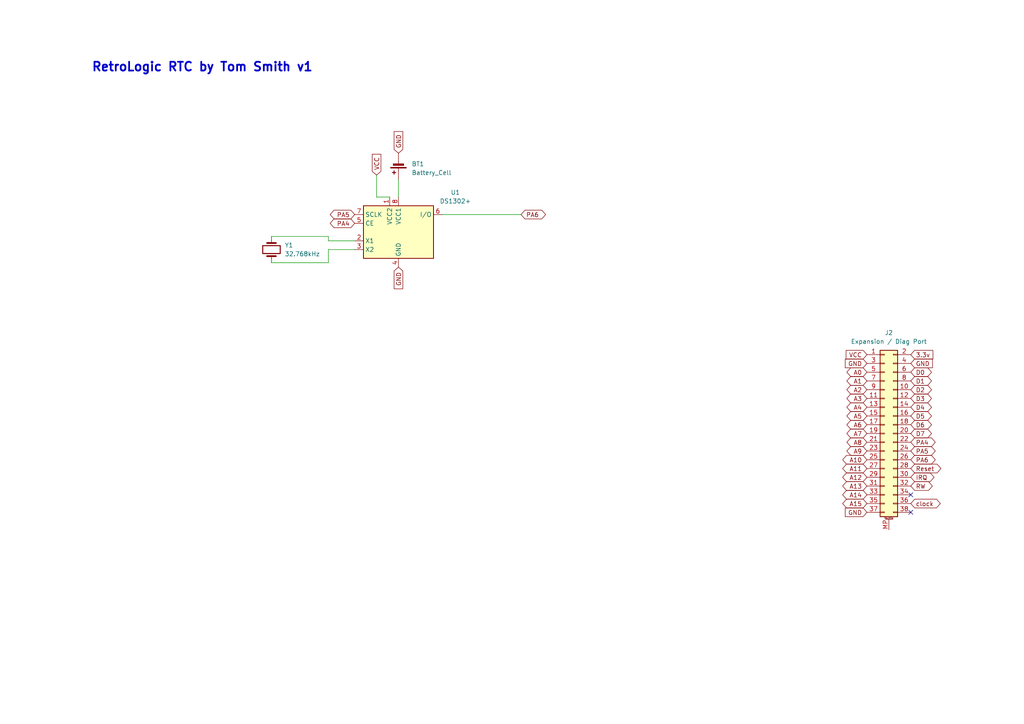
<source format=kicad_sch>
(kicad_sch
	(version 20250114)
	(generator "eeschema")
	(generator_version "9.0")
	(uuid "57af13dc-4011-4ef0-bced-11cca0f6b288")
	(paper "A4")
	(lib_symbols
		(symbol "Connector_Generic_MountingPin:Conn_02x19_Odd_Even_MountingPin"
			(pin_names
				(offset 1.016)
				(hide yes)
			)
			(exclude_from_sim no)
			(in_bom yes)
			(on_board yes)
			(property "Reference" "J"
				(at 1.27 25.4 0)
				(effects
					(font
						(size 1.27 1.27)
					)
				)
			)
			(property "Value" "Conn_02x19_Odd_Even_MountingPin"
				(at 2.54 -25.4 0)
				(effects
					(font
						(size 1.27 1.27)
					)
					(justify left)
				)
			)
			(property "Footprint" ""
				(at 0 0 0)
				(effects
					(font
						(size 1.27 1.27)
					)
					(hide yes)
				)
			)
			(property "Datasheet" "~"
				(at 0 0 0)
				(effects
					(font
						(size 1.27 1.27)
					)
					(hide yes)
				)
			)
			(property "Description" "Generic connectable mounting pin connector, double row, 02x19, odd/even pin numbering scheme (row 1 odd numbers, row 2 even numbers), script generated (kicad-library-utils/schlib/autogen/connector/)"
				(at 0 0 0)
				(effects
					(font
						(size 1.27 1.27)
					)
					(hide yes)
				)
			)
			(property "ki_keywords" "connector"
				(at 0 0 0)
				(effects
					(font
						(size 1.27 1.27)
					)
					(hide yes)
				)
			)
			(property "ki_fp_filters" "Connector*:*_2x??-1MP*"
				(at 0 0 0)
				(effects
					(font
						(size 1.27 1.27)
					)
					(hide yes)
				)
			)
			(symbol "Conn_02x19_Odd_Even_MountingPin_1_1"
				(rectangle
					(start -1.27 24.13)
					(end 3.81 -24.13)
					(stroke
						(width 0.254)
						(type default)
					)
					(fill
						(type background)
					)
				)
				(rectangle
					(start -1.27 22.987)
					(end 0 22.733)
					(stroke
						(width 0.1524)
						(type default)
					)
					(fill
						(type none)
					)
				)
				(rectangle
					(start -1.27 20.447)
					(end 0 20.193)
					(stroke
						(width 0.1524)
						(type default)
					)
					(fill
						(type none)
					)
				)
				(rectangle
					(start -1.27 17.907)
					(end 0 17.653)
					(stroke
						(width 0.1524)
						(type default)
					)
					(fill
						(type none)
					)
				)
				(rectangle
					(start -1.27 15.367)
					(end 0 15.113)
					(stroke
						(width 0.1524)
						(type default)
					)
					(fill
						(type none)
					)
				)
				(rectangle
					(start -1.27 12.827)
					(end 0 12.573)
					(stroke
						(width 0.1524)
						(type default)
					)
					(fill
						(type none)
					)
				)
				(rectangle
					(start -1.27 10.287)
					(end 0 10.033)
					(stroke
						(width 0.1524)
						(type default)
					)
					(fill
						(type none)
					)
				)
				(rectangle
					(start -1.27 7.747)
					(end 0 7.493)
					(stroke
						(width 0.1524)
						(type default)
					)
					(fill
						(type none)
					)
				)
				(rectangle
					(start -1.27 5.207)
					(end 0 4.953)
					(stroke
						(width 0.1524)
						(type default)
					)
					(fill
						(type none)
					)
				)
				(rectangle
					(start -1.27 2.667)
					(end 0 2.413)
					(stroke
						(width 0.1524)
						(type default)
					)
					(fill
						(type none)
					)
				)
				(rectangle
					(start -1.27 0.127)
					(end 0 -0.127)
					(stroke
						(width 0.1524)
						(type default)
					)
					(fill
						(type none)
					)
				)
				(rectangle
					(start -1.27 -2.413)
					(end 0 -2.667)
					(stroke
						(width 0.1524)
						(type default)
					)
					(fill
						(type none)
					)
				)
				(rectangle
					(start -1.27 -4.953)
					(end 0 -5.207)
					(stroke
						(width 0.1524)
						(type default)
					)
					(fill
						(type none)
					)
				)
				(rectangle
					(start -1.27 -7.493)
					(end 0 -7.747)
					(stroke
						(width 0.1524)
						(type default)
					)
					(fill
						(type none)
					)
				)
				(rectangle
					(start -1.27 -10.033)
					(end 0 -10.287)
					(stroke
						(width 0.1524)
						(type default)
					)
					(fill
						(type none)
					)
				)
				(rectangle
					(start -1.27 -12.573)
					(end 0 -12.827)
					(stroke
						(width 0.1524)
						(type default)
					)
					(fill
						(type none)
					)
				)
				(rectangle
					(start -1.27 -15.113)
					(end 0 -15.367)
					(stroke
						(width 0.1524)
						(type default)
					)
					(fill
						(type none)
					)
				)
				(rectangle
					(start -1.27 -17.653)
					(end 0 -17.907)
					(stroke
						(width 0.1524)
						(type default)
					)
					(fill
						(type none)
					)
				)
				(rectangle
					(start -1.27 -20.193)
					(end 0 -20.447)
					(stroke
						(width 0.1524)
						(type default)
					)
					(fill
						(type none)
					)
				)
				(rectangle
					(start -1.27 -22.733)
					(end 0 -22.987)
					(stroke
						(width 0.1524)
						(type default)
					)
					(fill
						(type none)
					)
				)
				(polyline
					(pts
						(xy 0.254 -24.892) (xy 2.286 -24.892)
					)
					(stroke
						(width 0.1524)
						(type default)
					)
					(fill
						(type none)
					)
				)
				(rectangle
					(start 3.81 22.987)
					(end 2.54 22.733)
					(stroke
						(width 0.1524)
						(type default)
					)
					(fill
						(type none)
					)
				)
				(rectangle
					(start 3.81 20.447)
					(end 2.54 20.193)
					(stroke
						(width 0.1524)
						(type default)
					)
					(fill
						(type none)
					)
				)
				(rectangle
					(start 3.81 17.907)
					(end 2.54 17.653)
					(stroke
						(width 0.1524)
						(type default)
					)
					(fill
						(type none)
					)
				)
				(rectangle
					(start 3.81 15.367)
					(end 2.54 15.113)
					(stroke
						(width 0.1524)
						(type default)
					)
					(fill
						(type none)
					)
				)
				(rectangle
					(start 3.81 12.827)
					(end 2.54 12.573)
					(stroke
						(width 0.1524)
						(type default)
					)
					(fill
						(type none)
					)
				)
				(rectangle
					(start 3.81 10.287)
					(end 2.54 10.033)
					(stroke
						(width 0.1524)
						(type default)
					)
					(fill
						(type none)
					)
				)
				(rectangle
					(start 3.81 7.747)
					(end 2.54 7.493)
					(stroke
						(width 0.1524)
						(type default)
					)
					(fill
						(type none)
					)
				)
				(rectangle
					(start 3.81 5.207)
					(end 2.54 4.953)
					(stroke
						(width 0.1524)
						(type default)
					)
					(fill
						(type none)
					)
				)
				(rectangle
					(start 3.81 2.667)
					(end 2.54 2.413)
					(stroke
						(width 0.1524)
						(type default)
					)
					(fill
						(type none)
					)
				)
				(rectangle
					(start 3.81 0.127)
					(end 2.54 -0.127)
					(stroke
						(width 0.1524)
						(type default)
					)
					(fill
						(type none)
					)
				)
				(rectangle
					(start 3.81 -2.413)
					(end 2.54 -2.667)
					(stroke
						(width 0.1524)
						(type default)
					)
					(fill
						(type none)
					)
				)
				(rectangle
					(start 3.81 -4.953)
					(end 2.54 -5.207)
					(stroke
						(width 0.1524)
						(type default)
					)
					(fill
						(type none)
					)
				)
				(rectangle
					(start 3.81 -7.493)
					(end 2.54 -7.747)
					(stroke
						(width 0.1524)
						(type default)
					)
					(fill
						(type none)
					)
				)
				(rectangle
					(start 3.81 -10.033)
					(end 2.54 -10.287)
					(stroke
						(width 0.1524)
						(type default)
					)
					(fill
						(type none)
					)
				)
				(rectangle
					(start 3.81 -12.573)
					(end 2.54 -12.827)
					(stroke
						(width 0.1524)
						(type default)
					)
					(fill
						(type none)
					)
				)
				(rectangle
					(start 3.81 -15.113)
					(end 2.54 -15.367)
					(stroke
						(width 0.1524)
						(type default)
					)
					(fill
						(type none)
					)
				)
				(rectangle
					(start 3.81 -17.653)
					(end 2.54 -17.907)
					(stroke
						(width 0.1524)
						(type default)
					)
					(fill
						(type none)
					)
				)
				(rectangle
					(start 3.81 -20.193)
					(end 2.54 -20.447)
					(stroke
						(width 0.1524)
						(type default)
					)
					(fill
						(type none)
					)
				)
				(rectangle
					(start 3.81 -22.733)
					(end 2.54 -22.987)
					(stroke
						(width 0.1524)
						(type default)
					)
					(fill
						(type none)
					)
				)
				(text "Mounting"
					(at 1.27 -24.511 0)
					(effects
						(font
							(size 0.381 0.381)
						)
					)
				)
				(pin passive line
					(at -5.08 22.86 0)
					(length 3.81)
					(name "Pin_1"
						(effects
							(font
								(size 1.27 1.27)
							)
						)
					)
					(number "1"
						(effects
							(font
								(size 1.27 1.27)
							)
						)
					)
				)
				(pin passive line
					(at -5.08 20.32 0)
					(length 3.81)
					(name "Pin_3"
						(effects
							(font
								(size 1.27 1.27)
							)
						)
					)
					(number "3"
						(effects
							(font
								(size 1.27 1.27)
							)
						)
					)
				)
				(pin passive line
					(at -5.08 17.78 0)
					(length 3.81)
					(name "Pin_5"
						(effects
							(font
								(size 1.27 1.27)
							)
						)
					)
					(number "5"
						(effects
							(font
								(size 1.27 1.27)
							)
						)
					)
				)
				(pin passive line
					(at -5.08 15.24 0)
					(length 3.81)
					(name "Pin_7"
						(effects
							(font
								(size 1.27 1.27)
							)
						)
					)
					(number "7"
						(effects
							(font
								(size 1.27 1.27)
							)
						)
					)
				)
				(pin passive line
					(at -5.08 12.7 0)
					(length 3.81)
					(name "Pin_9"
						(effects
							(font
								(size 1.27 1.27)
							)
						)
					)
					(number "9"
						(effects
							(font
								(size 1.27 1.27)
							)
						)
					)
				)
				(pin passive line
					(at -5.08 10.16 0)
					(length 3.81)
					(name "Pin_11"
						(effects
							(font
								(size 1.27 1.27)
							)
						)
					)
					(number "11"
						(effects
							(font
								(size 1.27 1.27)
							)
						)
					)
				)
				(pin passive line
					(at -5.08 7.62 0)
					(length 3.81)
					(name "Pin_13"
						(effects
							(font
								(size 1.27 1.27)
							)
						)
					)
					(number "13"
						(effects
							(font
								(size 1.27 1.27)
							)
						)
					)
				)
				(pin passive line
					(at -5.08 5.08 0)
					(length 3.81)
					(name "Pin_15"
						(effects
							(font
								(size 1.27 1.27)
							)
						)
					)
					(number "15"
						(effects
							(font
								(size 1.27 1.27)
							)
						)
					)
				)
				(pin passive line
					(at -5.08 2.54 0)
					(length 3.81)
					(name "Pin_17"
						(effects
							(font
								(size 1.27 1.27)
							)
						)
					)
					(number "17"
						(effects
							(font
								(size 1.27 1.27)
							)
						)
					)
				)
				(pin passive line
					(at -5.08 0 0)
					(length 3.81)
					(name "Pin_19"
						(effects
							(font
								(size 1.27 1.27)
							)
						)
					)
					(number "19"
						(effects
							(font
								(size 1.27 1.27)
							)
						)
					)
				)
				(pin passive line
					(at -5.08 -2.54 0)
					(length 3.81)
					(name "Pin_21"
						(effects
							(font
								(size 1.27 1.27)
							)
						)
					)
					(number "21"
						(effects
							(font
								(size 1.27 1.27)
							)
						)
					)
				)
				(pin passive line
					(at -5.08 -5.08 0)
					(length 3.81)
					(name "Pin_23"
						(effects
							(font
								(size 1.27 1.27)
							)
						)
					)
					(number "23"
						(effects
							(font
								(size 1.27 1.27)
							)
						)
					)
				)
				(pin passive line
					(at -5.08 -7.62 0)
					(length 3.81)
					(name "Pin_25"
						(effects
							(font
								(size 1.27 1.27)
							)
						)
					)
					(number "25"
						(effects
							(font
								(size 1.27 1.27)
							)
						)
					)
				)
				(pin passive line
					(at -5.08 -10.16 0)
					(length 3.81)
					(name "Pin_27"
						(effects
							(font
								(size 1.27 1.27)
							)
						)
					)
					(number "27"
						(effects
							(font
								(size 1.27 1.27)
							)
						)
					)
				)
				(pin passive line
					(at -5.08 -12.7 0)
					(length 3.81)
					(name "Pin_29"
						(effects
							(font
								(size 1.27 1.27)
							)
						)
					)
					(number "29"
						(effects
							(font
								(size 1.27 1.27)
							)
						)
					)
				)
				(pin passive line
					(at -5.08 -15.24 0)
					(length 3.81)
					(name "Pin_31"
						(effects
							(font
								(size 1.27 1.27)
							)
						)
					)
					(number "31"
						(effects
							(font
								(size 1.27 1.27)
							)
						)
					)
				)
				(pin passive line
					(at -5.08 -17.78 0)
					(length 3.81)
					(name "Pin_33"
						(effects
							(font
								(size 1.27 1.27)
							)
						)
					)
					(number "33"
						(effects
							(font
								(size 1.27 1.27)
							)
						)
					)
				)
				(pin passive line
					(at -5.08 -20.32 0)
					(length 3.81)
					(name "Pin_35"
						(effects
							(font
								(size 1.27 1.27)
							)
						)
					)
					(number "35"
						(effects
							(font
								(size 1.27 1.27)
							)
						)
					)
				)
				(pin passive line
					(at -5.08 -22.86 0)
					(length 3.81)
					(name "Pin_37"
						(effects
							(font
								(size 1.27 1.27)
							)
						)
					)
					(number "37"
						(effects
							(font
								(size 1.27 1.27)
							)
						)
					)
				)
				(pin passive line
					(at 1.27 -27.94 90)
					(length 3.048)
					(name "MountPin"
						(effects
							(font
								(size 1.27 1.27)
							)
						)
					)
					(number "MP"
						(effects
							(font
								(size 1.27 1.27)
							)
						)
					)
				)
				(pin passive line
					(at 7.62 22.86 180)
					(length 3.81)
					(name "Pin_2"
						(effects
							(font
								(size 1.27 1.27)
							)
						)
					)
					(number "2"
						(effects
							(font
								(size 1.27 1.27)
							)
						)
					)
				)
				(pin passive line
					(at 7.62 20.32 180)
					(length 3.81)
					(name "Pin_4"
						(effects
							(font
								(size 1.27 1.27)
							)
						)
					)
					(number "4"
						(effects
							(font
								(size 1.27 1.27)
							)
						)
					)
				)
				(pin passive line
					(at 7.62 17.78 180)
					(length 3.81)
					(name "Pin_6"
						(effects
							(font
								(size 1.27 1.27)
							)
						)
					)
					(number "6"
						(effects
							(font
								(size 1.27 1.27)
							)
						)
					)
				)
				(pin passive line
					(at 7.62 15.24 180)
					(length 3.81)
					(name "Pin_8"
						(effects
							(font
								(size 1.27 1.27)
							)
						)
					)
					(number "8"
						(effects
							(font
								(size 1.27 1.27)
							)
						)
					)
				)
				(pin passive line
					(at 7.62 12.7 180)
					(length 3.81)
					(name "Pin_10"
						(effects
							(font
								(size 1.27 1.27)
							)
						)
					)
					(number "10"
						(effects
							(font
								(size 1.27 1.27)
							)
						)
					)
				)
				(pin passive line
					(at 7.62 10.16 180)
					(length 3.81)
					(name "Pin_12"
						(effects
							(font
								(size 1.27 1.27)
							)
						)
					)
					(number "12"
						(effects
							(font
								(size 1.27 1.27)
							)
						)
					)
				)
				(pin passive line
					(at 7.62 7.62 180)
					(length 3.81)
					(name "Pin_14"
						(effects
							(font
								(size 1.27 1.27)
							)
						)
					)
					(number "14"
						(effects
							(font
								(size 1.27 1.27)
							)
						)
					)
				)
				(pin passive line
					(at 7.62 5.08 180)
					(length 3.81)
					(name "Pin_16"
						(effects
							(font
								(size 1.27 1.27)
							)
						)
					)
					(number "16"
						(effects
							(font
								(size 1.27 1.27)
							)
						)
					)
				)
				(pin passive line
					(at 7.62 2.54 180)
					(length 3.81)
					(name "Pin_18"
						(effects
							(font
								(size 1.27 1.27)
							)
						)
					)
					(number "18"
						(effects
							(font
								(size 1.27 1.27)
							)
						)
					)
				)
				(pin passive line
					(at 7.62 0 180)
					(length 3.81)
					(name "Pin_20"
						(effects
							(font
								(size 1.27 1.27)
							)
						)
					)
					(number "20"
						(effects
							(font
								(size 1.27 1.27)
							)
						)
					)
				)
				(pin passive line
					(at 7.62 -2.54 180)
					(length 3.81)
					(name "Pin_22"
						(effects
							(font
								(size 1.27 1.27)
							)
						)
					)
					(number "22"
						(effects
							(font
								(size 1.27 1.27)
							)
						)
					)
				)
				(pin passive line
					(at 7.62 -5.08 180)
					(length 3.81)
					(name "Pin_24"
						(effects
							(font
								(size 1.27 1.27)
							)
						)
					)
					(number "24"
						(effects
							(font
								(size 1.27 1.27)
							)
						)
					)
				)
				(pin passive line
					(at 7.62 -7.62 180)
					(length 3.81)
					(name "Pin_26"
						(effects
							(font
								(size 1.27 1.27)
							)
						)
					)
					(number "26"
						(effects
							(font
								(size 1.27 1.27)
							)
						)
					)
				)
				(pin passive line
					(at 7.62 -10.16 180)
					(length 3.81)
					(name "Pin_28"
						(effects
							(font
								(size 1.27 1.27)
							)
						)
					)
					(number "28"
						(effects
							(font
								(size 1.27 1.27)
							)
						)
					)
				)
				(pin passive line
					(at 7.62 -12.7 180)
					(length 3.81)
					(name "Pin_30"
						(effects
							(font
								(size 1.27 1.27)
							)
						)
					)
					(number "30"
						(effects
							(font
								(size 1.27 1.27)
							)
						)
					)
				)
				(pin passive line
					(at 7.62 -15.24 180)
					(length 3.81)
					(name "Pin_32"
						(effects
							(font
								(size 1.27 1.27)
							)
						)
					)
					(number "32"
						(effects
							(font
								(size 1.27 1.27)
							)
						)
					)
				)
				(pin passive line
					(at 7.62 -17.78 180)
					(length 3.81)
					(name "Pin_34"
						(effects
							(font
								(size 1.27 1.27)
							)
						)
					)
					(number "34"
						(effects
							(font
								(size 1.27 1.27)
							)
						)
					)
				)
				(pin passive line
					(at 7.62 -20.32 180)
					(length 3.81)
					(name "Pin_36"
						(effects
							(font
								(size 1.27 1.27)
							)
						)
					)
					(number "36"
						(effects
							(font
								(size 1.27 1.27)
							)
						)
					)
				)
				(pin passive line
					(at 7.62 -22.86 180)
					(length 3.81)
					(name "Pin_38"
						(effects
							(font
								(size 1.27 1.27)
							)
						)
					)
					(number "38"
						(effects
							(font
								(size 1.27 1.27)
							)
						)
					)
				)
			)
			(embedded_fonts no)
		)
		(symbol "Device:Battery_Cell"
			(pin_numbers
				(hide yes)
			)
			(pin_names
				(offset 0)
				(hide yes)
			)
			(exclude_from_sim no)
			(in_bom yes)
			(on_board yes)
			(property "Reference" "BT"
				(at 2.54 2.54 0)
				(effects
					(font
						(size 1.27 1.27)
					)
					(justify left)
				)
			)
			(property "Value" "Battery_Cell"
				(at 2.54 0 0)
				(effects
					(font
						(size 1.27 1.27)
					)
					(justify left)
				)
			)
			(property "Footprint" ""
				(at 0 1.524 90)
				(effects
					(font
						(size 1.27 1.27)
					)
					(hide yes)
				)
			)
			(property "Datasheet" "~"
				(at 0 1.524 90)
				(effects
					(font
						(size 1.27 1.27)
					)
					(hide yes)
				)
			)
			(property "Description" "Single-cell battery"
				(at 0 0 0)
				(effects
					(font
						(size 1.27 1.27)
					)
					(hide yes)
				)
			)
			(property "ki_keywords" "battery cell"
				(at 0 0 0)
				(effects
					(font
						(size 1.27 1.27)
					)
					(hide yes)
				)
			)
			(symbol "Battery_Cell_0_1"
				(rectangle
					(start -2.286 1.778)
					(end 2.286 1.524)
					(stroke
						(width 0)
						(type default)
					)
					(fill
						(type outline)
					)
				)
				(rectangle
					(start -1.524 1.016)
					(end 1.524 0.508)
					(stroke
						(width 0)
						(type default)
					)
					(fill
						(type outline)
					)
				)
				(polyline
					(pts
						(xy 0 1.778) (xy 0 2.54)
					)
					(stroke
						(width 0)
						(type default)
					)
					(fill
						(type none)
					)
				)
				(polyline
					(pts
						(xy 0 0.762) (xy 0 0)
					)
					(stroke
						(width 0)
						(type default)
					)
					(fill
						(type none)
					)
				)
				(polyline
					(pts
						(xy 0.762 3.048) (xy 1.778 3.048)
					)
					(stroke
						(width 0.254)
						(type default)
					)
					(fill
						(type none)
					)
				)
				(polyline
					(pts
						(xy 1.27 3.556) (xy 1.27 2.54)
					)
					(stroke
						(width 0.254)
						(type default)
					)
					(fill
						(type none)
					)
				)
			)
			(symbol "Battery_Cell_1_1"
				(pin passive line
					(at 0 5.08 270)
					(length 2.54)
					(name "+"
						(effects
							(font
								(size 1.27 1.27)
							)
						)
					)
					(number "1"
						(effects
							(font
								(size 1.27 1.27)
							)
						)
					)
				)
				(pin passive line
					(at 0 -2.54 90)
					(length 2.54)
					(name "-"
						(effects
							(font
								(size 1.27 1.27)
							)
						)
					)
					(number "2"
						(effects
							(font
								(size 1.27 1.27)
							)
						)
					)
				)
			)
			(embedded_fonts no)
		)
		(symbol "Device:Crystal"
			(pin_numbers
				(hide yes)
			)
			(pin_names
				(offset 1.016)
				(hide yes)
			)
			(exclude_from_sim no)
			(in_bom yes)
			(on_board yes)
			(property "Reference" "Y"
				(at 0 3.81 0)
				(effects
					(font
						(size 1.27 1.27)
					)
				)
			)
			(property "Value" "Crystal"
				(at 0 -3.81 0)
				(effects
					(font
						(size 1.27 1.27)
					)
				)
			)
			(property "Footprint" ""
				(at 0 0 0)
				(effects
					(font
						(size 1.27 1.27)
					)
					(hide yes)
				)
			)
			(property "Datasheet" "~"
				(at 0 0 0)
				(effects
					(font
						(size 1.27 1.27)
					)
					(hide yes)
				)
			)
			(property "Description" "Two pin crystal"
				(at 0 0 0)
				(effects
					(font
						(size 1.27 1.27)
					)
					(hide yes)
				)
			)
			(property "ki_keywords" "quartz ceramic resonator oscillator"
				(at 0 0 0)
				(effects
					(font
						(size 1.27 1.27)
					)
					(hide yes)
				)
			)
			(property "ki_fp_filters" "Crystal*"
				(at 0 0 0)
				(effects
					(font
						(size 1.27 1.27)
					)
					(hide yes)
				)
			)
			(symbol "Crystal_0_1"
				(polyline
					(pts
						(xy -2.54 0) (xy -1.905 0)
					)
					(stroke
						(width 0)
						(type default)
					)
					(fill
						(type none)
					)
				)
				(polyline
					(pts
						(xy -1.905 -1.27) (xy -1.905 1.27)
					)
					(stroke
						(width 0.508)
						(type default)
					)
					(fill
						(type none)
					)
				)
				(rectangle
					(start -1.143 2.54)
					(end 1.143 -2.54)
					(stroke
						(width 0.3048)
						(type default)
					)
					(fill
						(type none)
					)
				)
				(polyline
					(pts
						(xy 1.905 -1.27) (xy 1.905 1.27)
					)
					(stroke
						(width 0.508)
						(type default)
					)
					(fill
						(type none)
					)
				)
				(polyline
					(pts
						(xy 2.54 0) (xy 1.905 0)
					)
					(stroke
						(width 0)
						(type default)
					)
					(fill
						(type none)
					)
				)
			)
			(symbol "Crystal_1_1"
				(pin passive line
					(at -3.81 0 0)
					(length 1.27)
					(name "1"
						(effects
							(font
								(size 1.27 1.27)
							)
						)
					)
					(number "1"
						(effects
							(font
								(size 1.27 1.27)
							)
						)
					)
				)
				(pin passive line
					(at 3.81 0 180)
					(length 1.27)
					(name "2"
						(effects
							(font
								(size 1.27 1.27)
							)
						)
					)
					(number "2"
						(effects
							(font
								(size 1.27 1.27)
							)
						)
					)
				)
			)
			(embedded_fonts no)
		)
		(symbol "Timer_RTC:DS1302+"
			(exclude_from_sim no)
			(in_bom yes)
			(on_board yes)
			(property "Reference" "U"
				(at -8.89 8.89 0)
				(effects
					(font
						(size 1.27 1.27)
					)
				)
			)
			(property "Value" "DS1302+"
				(at 6.35 8.89 0)
				(effects
					(font
						(size 1.27 1.27)
					)
				)
			)
			(property "Footprint" "Package_DIP:DIP-8_W7.62mm"
				(at 0 -12.7 0)
				(effects
					(font
						(size 1.27 1.27)
					)
					(hide yes)
				)
			)
			(property "Datasheet" "https://datasheets.maximintegrated.com/en/ds/DS1302.pdf"
				(at 0 -5.08 0)
				(effects
					(font
						(size 1.27 1.27)
					)
					(hide yes)
				)
			)
			(property "Description" "Trickle-Charge Timekeeping Chip, 2.0V to 5.5V VCC, 0°C to +70°C, DIP-8"
				(at 0 0 0)
				(effects
					(font
						(size 1.27 1.27)
					)
					(hide yes)
				)
			)
			(property "ki_keywords" "RTC Trickle-Charge Timekeeping Chip"
				(at 0 0 0)
				(effects
					(font
						(size 1.27 1.27)
					)
					(hide yes)
				)
			)
			(property "ki_fp_filters" "DIP*W7.62mm*"
				(at 0 0 0)
				(effects
					(font
						(size 1.27 1.27)
					)
					(hide yes)
				)
			)
			(symbol "DS1302+_1_1"
				(rectangle
					(start -10.16 7.62)
					(end 10.16 -7.62)
					(stroke
						(width 0.254)
						(type default)
					)
					(fill
						(type background)
					)
				)
				(pin input line
					(at -12.7 5.08 0)
					(length 2.54)
					(name "SCLK"
						(effects
							(font
								(size 1.27 1.27)
							)
						)
					)
					(number "7"
						(effects
							(font
								(size 1.27 1.27)
							)
						)
					)
				)
				(pin input line
					(at -12.7 2.54 0)
					(length 2.54)
					(name "CE"
						(effects
							(font
								(size 1.27 1.27)
							)
						)
					)
					(number "5"
						(effects
							(font
								(size 1.27 1.27)
							)
						)
					)
				)
				(pin input line
					(at -12.7 -2.54 0)
					(length 2.54)
					(name "X1"
						(effects
							(font
								(size 1.27 1.27)
							)
						)
					)
					(number "2"
						(effects
							(font
								(size 1.27 1.27)
							)
						)
					)
				)
				(pin input line
					(at -12.7 -5.08 0)
					(length 2.54)
					(name "X2"
						(effects
							(font
								(size 1.27 1.27)
							)
						)
					)
					(number "3"
						(effects
							(font
								(size 1.27 1.27)
							)
						)
					)
				)
				(pin power_in line
					(at -2.54 10.16 270)
					(length 2.54)
					(name "VCC2"
						(effects
							(font
								(size 1.27 1.27)
							)
						)
					)
					(number "1"
						(effects
							(font
								(size 1.27 1.27)
							)
						)
					)
				)
				(pin power_in line
					(at 0 10.16 270)
					(length 2.54)
					(name "VCC1"
						(effects
							(font
								(size 1.27 1.27)
							)
						)
					)
					(number "8"
						(effects
							(font
								(size 1.27 1.27)
							)
						)
					)
				)
				(pin power_in line
					(at 0 -10.16 90)
					(length 2.54)
					(name "GND"
						(effects
							(font
								(size 1.27 1.27)
							)
						)
					)
					(number "4"
						(effects
							(font
								(size 1.27 1.27)
							)
						)
					)
				)
				(pin bidirectional line
					(at 12.7 5.08 180)
					(length 2.54)
					(name "I/O"
						(effects
							(font
								(size 1.27 1.27)
							)
						)
					)
					(number "6"
						(effects
							(font
								(size 1.27 1.27)
							)
						)
					)
				)
			)
			(embedded_fonts no)
		)
	)
	(text "RetroLogic RTC by Tom Smith v1"
		(exclude_from_sim no)
		(at 58.674 19.558 0)
		(effects
			(font
				(size 2.54 2.54)
				(thickness 0.508)
				(bold yes)
			)
		)
		(uuid "b5635247-3ee5-4592-a797-3b72d93a6261")
	)
	(no_connect
		(at 264.16 143.51)
		(uuid "ce7ae7c8-32a2-4e72-87d9-777c4bb5686f")
	)
	(no_connect
		(at 264.16 148.59)
		(uuid "f5a0212a-c565-4efc-a584-a1d1a793f480")
	)
	(wire
		(pts
			(xy 115.57 52.07) (xy 115.57 57.15)
		)
		(stroke
			(width 0)
			(type default)
		)
		(uuid "1060a095-802a-4e88-864c-5a729f53e595")
	)
	(wire
		(pts
			(xy 109.22 57.15) (xy 113.03 57.15)
		)
		(stroke
			(width 0)
			(type default)
		)
		(uuid "34457f69-a928-4161-a45c-c797f9a831de")
	)
	(wire
		(pts
			(xy 95.25 72.39) (xy 102.87 72.39)
		)
		(stroke
			(width 0)
			(type default)
		)
		(uuid "821129b4-6b25-44b4-905b-98c81d34e1e0")
	)
	(wire
		(pts
			(xy 102.87 69.85) (xy 95.25 69.85)
		)
		(stroke
			(width 0)
			(type default)
		)
		(uuid "8a649ee8-f823-4534-bc46-c7b2fc6ce1f8")
	)
	(wire
		(pts
			(xy 109.22 50.8) (xy 109.22 57.15)
		)
		(stroke
			(width 0)
			(type default)
		)
		(uuid "8c977694-a6e5-4f48-8788-abd24a2ca570")
	)
	(wire
		(pts
			(xy 95.25 76.2) (xy 95.25 72.39)
		)
		(stroke
			(width 0)
			(type default)
		)
		(uuid "995c95e1-219b-429e-b694-4bd156c718af")
	)
	(wire
		(pts
			(xy 128.27 62.23) (xy 151.13 62.23)
		)
		(stroke
			(width 0)
			(type default)
		)
		(uuid "b31f1e62-818f-405c-92c8-3e57098ccdcf")
	)
	(wire
		(pts
			(xy 95.25 69.85) (xy 95.25 68.58)
		)
		(stroke
			(width 0)
			(type default)
		)
		(uuid "b6aefcec-ca9c-432d-bb42-dd16fa4d7bdb")
	)
	(wire
		(pts
			(xy 95.25 68.58) (xy 78.74 68.58)
		)
		(stroke
			(width 0)
			(type default)
		)
		(uuid "ebc6639c-cd70-497d-9c3e-64803fbd092a")
	)
	(wire
		(pts
			(xy 78.74 76.2) (xy 95.25 76.2)
		)
		(stroke
			(width 0)
			(type default)
		)
		(uuid "f6d2a2df-af03-46c6-bc38-9f2129d6d651")
	)
	(global_label "A5"
		(shape bidirectional)
		(at 251.46 120.65 180)
		(fields_autoplaced yes)
		(effects
			(font
				(size 1.27 1.27)
			)
			(justify right)
		)
		(uuid "00fdbeb7-0895-47d2-a441-d8251d071be3")
		(property "Intersheetrefs" "${INTERSHEET_REFS}"
			(at 245.0654 120.65 0)
			(effects
				(font
					(size 1.27 1.27)
				)
				(justify right)
				(hide yes)
			)
		)
	)
	(global_label "A9"
		(shape bidirectional)
		(at 251.46 130.81 180)
		(fields_autoplaced yes)
		(effects
			(font
				(size 1.27 1.27)
			)
			(justify right)
		)
		(uuid "02e590a0-1bd9-44d7-a3dd-c7ed27a70596")
		(property "Intersheetrefs" "${INTERSHEET_REFS}"
			(at 245.0654 130.81 0)
			(effects
				(font
					(size 1.27 1.27)
				)
				(justify right)
				(hide yes)
			)
		)
	)
	(global_label "A13"
		(shape bidirectional)
		(at 251.46 140.97 180)
		(fields_autoplaced yes)
		(effects
			(font
				(size 1.27 1.27)
			)
			(justify right)
		)
		(uuid "0587e72d-1a91-4944-acae-8f798eecf0ed")
		(property "Intersheetrefs" "${INTERSHEET_REFS}"
			(at 243.8559 140.97 0)
			(effects
				(font
					(size 1.27 1.27)
				)
				(justify right)
				(hide yes)
			)
		)
	)
	(global_label "GND"
		(shape input)
		(at 251.46 105.41 180)
		(fields_autoplaced yes)
		(effects
			(font
				(size 1.27 1.27)
			)
			(justify right)
		)
		(uuid "075f9547-7173-4556-af7c-da54643c734e")
		(property "Intersheetrefs" "${INTERSHEET_REFS}"
			(at 244.6043 105.41 0)
			(effects
				(font
					(size 1.27 1.27)
				)
				(justify right)
				(hide yes)
			)
		)
	)
	(global_label "3.3v"
		(shape input)
		(at 264.16 102.87 0)
		(fields_autoplaced yes)
		(effects
			(font
				(size 1.27 1.27)
			)
			(justify left)
		)
		(uuid "09530116-44e5-4eda-88c9-7653040a40ce")
		(property "Intersheetrefs" "${INTERSHEET_REFS}"
			(at 271.1366 102.87 0)
			(effects
				(font
					(size 1.27 1.27)
				)
				(justify left)
				(hide yes)
			)
		)
	)
	(global_label "A7"
		(shape bidirectional)
		(at 251.46 125.73 180)
		(fields_autoplaced yes)
		(effects
			(font
				(size 1.27 1.27)
			)
			(justify right)
		)
		(uuid "12fd1e25-daee-47c0-b41f-634b27b142e7")
		(property "Intersheetrefs" "${INTERSHEET_REFS}"
			(at 245.0654 125.73 0)
			(effects
				(font
					(size 1.27 1.27)
				)
				(justify right)
				(hide yes)
			)
		)
	)
	(global_label "GND"
		(shape input)
		(at 251.46 148.59 180)
		(fields_autoplaced yes)
		(effects
			(font
				(size 1.27 1.27)
			)
			(justify right)
		)
		(uuid "25cd94f4-9943-4174-8164-80ff694324bf")
		(property "Intersheetrefs" "${INTERSHEET_REFS}"
			(at 244.6043 148.59 0)
			(effects
				(font
					(size 1.27 1.27)
				)
				(justify right)
				(hide yes)
			)
		)
	)
	(global_label "GND"
		(shape input)
		(at 115.57 77.47 270)
		(fields_autoplaced yes)
		(effects
			(font
				(size 1.27 1.27)
			)
			(justify right)
		)
		(uuid "2ab99989-34bc-4057-bc27-9209006171d9")
		(property "Intersheetrefs" "${INTERSHEET_REFS}"
			(at 115.57 84.3257 90)
			(effects
				(font
					(size 1.27 1.27)
				)
				(justify right)
				(hide yes)
			)
		)
	)
	(global_label "A1"
		(shape bidirectional)
		(at 251.46 110.49 180)
		(fields_autoplaced yes)
		(effects
			(font
				(size 1.27 1.27)
			)
			(justify right)
		)
		(uuid "2ffe5619-fd1a-41d6-8b62-756ed6bd55a1")
		(property "Intersheetrefs" "${INTERSHEET_REFS}"
			(at 245.0654 110.49 0)
			(effects
				(font
					(size 1.27 1.27)
				)
				(justify right)
				(hide yes)
			)
		)
	)
	(global_label "VCC"
		(shape input)
		(at 251.46 102.87 180)
		(fields_autoplaced yes)
		(effects
			(font
				(size 1.27 1.27)
			)
			(justify right)
		)
		(uuid "318158c0-3f69-4fe2-bcdb-5dffa60e46fe")
		(property "Intersheetrefs" "${INTERSHEET_REFS}"
			(at 244.8462 102.87 0)
			(effects
				(font
					(size 1.27 1.27)
				)
				(justify right)
				(hide yes)
			)
		)
	)
	(global_label "PA6"
		(shape bidirectional)
		(at 151.13 62.23 0)
		(fields_autoplaced yes)
		(effects
			(font
				(size 1.27 1.27)
			)
			(justify left)
		)
		(uuid "35553555-cf31-4244-a085-aa4bf593ecac")
		(property "Intersheetrefs" "${INTERSHEET_REFS}"
			(at 158.7946 62.23 0)
			(effects
				(font
					(size 1.27 1.27)
				)
				(justify left)
				(hide yes)
			)
		)
	)
	(global_label "A0"
		(shape bidirectional)
		(at 251.46 107.95 180)
		(fields_autoplaced yes)
		(effects
			(font
				(size 1.27 1.27)
			)
			(justify right)
		)
		(uuid "3c6430cc-51cf-494b-a61c-fc39dcb7e323")
		(property "Intersheetrefs" "${INTERSHEET_REFS}"
			(at 245.0654 107.95 0)
			(effects
				(font
					(size 1.27 1.27)
				)
				(justify right)
				(hide yes)
			)
		)
	)
	(global_label "A14"
		(shape bidirectional)
		(at 251.46 143.51 180)
		(fields_autoplaced yes)
		(effects
			(font
				(size 1.27 1.27)
			)
			(justify right)
		)
		(uuid "407c8cc6-26ea-4ad3-a77a-5c60a149243e")
		(property "Intersheetrefs" "${INTERSHEET_REFS}"
			(at 243.8559 143.51 0)
			(effects
				(font
					(size 1.27 1.27)
				)
				(justify right)
				(hide yes)
			)
		)
	)
	(global_label "RW"
		(shape bidirectional)
		(at 264.16 140.97 0)
		(fields_autoplaced yes)
		(effects
			(font
				(size 1.27 1.27)
			)
			(justify left)
		)
		(uuid "41f290ff-a3dc-4959-a5cd-b402579a6af6")
		(property "Intersheetrefs" "${INTERSHEET_REFS}"
			(at 270.9779 140.97 0)
			(effects
				(font
					(size 1.27 1.27)
				)
				(justify left)
				(hide yes)
			)
		)
	)
	(global_label "D6"
		(shape bidirectional)
		(at 264.16 123.19 0)
		(fields_autoplaced yes)
		(effects
			(font
				(size 1.27 1.27)
			)
			(justify left)
		)
		(uuid "44073f3f-75ec-4713-b01e-5d4cb242d319")
		(property "Intersheetrefs" "${INTERSHEET_REFS}"
			(at 270.736 123.19 0)
			(effects
				(font
					(size 1.27 1.27)
				)
				(justify left)
				(hide yes)
			)
		)
	)
	(global_label "D4"
		(shape bidirectional)
		(at 264.16 118.11 0)
		(fields_autoplaced yes)
		(effects
			(font
				(size 1.27 1.27)
			)
			(justify left)
		)
		(uuid "4c77585b-d4ad-41ab-ace1-08726cf81f4d")
		(property "Intersheetrefs" "${INTERSHEET_REFS}"
			(at 270.736 118.11 0)
			(effects
				(font
					(size 1.27 1.27)
				)
				(justify left)
				(hide yes)
			)
		)
	)
	(global_label "PA6"
		(shape bidirectional)
		(at 264.16 133.35 0)
		(fields_autoplaced yes)
		(effects
			(font
				(size 1.27 1.27)
			)
			(justify left)
		)
		(uuid "50cd8770-a1b2-4cf6-913f-b2a19f069309")
		(property "Intersheetrefs" "${INTERSHEET_REFS}"
			(at 271.8246 133.35 0)
			(effects
				(font
					(size 1.27 1.27)
				)
				(justify left)
				(hide yes)
			)
		)
	)
	(global_label "A3"
		(shape bidirectional)
		(at 251.46 115.57 180)
		(fields_autoplaced yes)
		(effects
			(font
				(size 1.27 1.27)
			)
			(justify right)
		)
		(uuid "5b74d1e7-fb23-4eaa-a329-c012ae492a31")
		(property "Intersheetrefs" "${INTERSHEET_REFS}"
			(at 245.0654 115.57 0)
			(effects
				(font
					(size 1.27 1.27)
				)
				(justify right)
				(hide yes)
			)
		)
	)
	(global_label "GND"
		(shape input)
		(at 115.57 44.45 90)
		(fields_autoplaced yes)
		(effects
			(font
				(size 1.27 1.27)
			)
			(justify left)
		)
		(uuid "5cac8ed7-861c-40f5-b847-bfb375326075")
		(property "Intersheetrefs" "${INTERSHEET_REFS}"
			(at 115.57 37.5943 90)
			(effects
				(font
					(size 1.27 1.27)
				)
				(justify left)
				(hide yes)
			)
		)
	)
	(global_label "D2"
		(shape bidirectional)
		(at 264.16 113.03 0)
		(fields_autoplaced yes)
		(effects
			(font
				(size 1.27 1.27)
			)
			(justify left)
		)
		(uuid "70532e42-ce2c-4218-aa1e-49f534f85041")
		(property "Intersheetrefs" "${INTERSHEET_REFS}"
			(at 270.736 113.03 0)
			(effects
				(font
					(size 1.27 1.27)
				)
				(justify left)
				(hide yes)
			)
		)
	)
	(global_label "A12"
		(shape bidirectional)
		(at 251.46 138.43 180)
		(fields_autoplaced yes)
		(effects
			(font
				(size 1.27 1.27)
			)
			(justify right)
		)
		(uuid "78c665db-30bc-4721-a38e-6da51c42718a")
		(property "Intersheetrefs" "${INTERSHEET_REFS}"
			(at 243.8559 138.43 0)
			(effects
				(font
					(size 1.27 1.27)
				)
				(justify right)
				(hide yes)
			)
		)
	)
	(global_label "GND"
		(shape input)
		(at 264.16 105.41 0)
		(fields_autoplaced yes)
		(effects
			(font
				(size 1.27 1.27)
			)
			(justify left)
		)
		(uuid "7a02554e-59f1-4bc8-9e88-9fe88157a8ff")
		(property "Intersheetrefs" "${INTERSHEET_REFS}"
			(at 271.0157 105.41 0)
			(effects
				(font
					(size 1.27 1.27)
				)
				(justify left)
				(hide yes)
			)
		)
	)
	(global_label "A8"
		(shape bidirectional)
		(at 251.46 128.27 180)
		(fields_autoplaced yes)
		(effects
			(font
				(size 1.27 1.27)
			)
			(justify right)
		)
		(uuid "833d09f8-1ecd-49df-85fe-42800d22d384")
		(property "Intersheetrefs" "${INTERSHEET_REFS}"
			(at 245.0654 128.27 0)
			(effects
				(font
					(size 1.27 1.27)
				)
				(justify right)
				(hide yes)
			)
		)
	)
	(global_label "A10"
		(shape bidirectional)
		(at 251.46 133.35 180)
		(fields_autoplaced yes)
		(effects
			(font
				(size 1.27 1.27)
			)
			(justify right)
		)
		(uuid "83f0a914-ce23-4295-929d-e76f7a1e0e84")
		(property "Intersheetrefs" "${INTERSHEET_REFS}"
			(at 243.8559 133.35 0)
			(effects
				(font
					(size 1.27 1.27)
				)
				(justify right)
				(hide yes)
			)
		)
	)
	(global_label "PA4"
		(shape bidirectional)
		(at 264.16 128.27 0)
		(fields_autoplaced yes)
		(effects
			(font
				(size 1.27 1.27)
			)
			(justify left)
		)
		(uuid "8e654d15-9f66-40fc-83d7-dc89093c7766")
		(property "Intersheetrefs" "${INTERSHEET_REFS}"
			(at 271.8246 128.27 0)
			(effects
				(font
					(size 1.27 1.27)
				)
				(justify left)
				(hide yes)
			)
		)
	)
	(global_label "PA5"
		(shape bidirectional)
		(at 264.16 130.81 0)
		(fields_autoplaced yes)
		(effects
			(font
				(size 1.27 1.27)
			)
			(justify left)
		)
		(uuid "8e92c646-3a5e-4740-8cee-b82bd104b828")
		(property "Intersheetrefs" "${INTERSHEET_REFS}"
			(at 271.8246 130.81 0)
			(effects
				(font
					(size 1.27 1.27)
				)
				(justify left)
				(hide yes)
			)
		)
	)
	(global_label "PA4"
		(shape bidirectional)
		(at 102.87 64.77 180)
		(fields_autoplaced yes)
		(effects
			(font
				(size 1.27 1.27)
			)
			(justify right)
		)
		(uuid "939166aa-667f-44ca-a4f4-e72484a62216")
		(property "Intersheetrefs" "${INTERSHEET_REFS}"
			(at 95.2054 64.77 0)
			(effects
				(font
					(size 1.27 1.27)
				)
				(justify right)
				(hide yes)
			)
		)
	)
	(global_label "clock"
		(shape bidirectional)
		(at 264.16 146.05 0)
		(fields_autoplaced yes)
		(effects
			(font
				(size 1.27 1.27)
			)
			(justify left)
		)
		(uuid "973ccfb3-cce9-40e8-a352-a7ad7c04395d")
		(property "Intersheetrefs" "${INTERSHEET_REFS}"
			(at 273.276 146.05 0)
			(effects
				(font
					(size 1.27 1.27)
				)
				(justify left)
				(hide yes)
			)
		)
	)
	(global_label "Reset"
		(shape bidirectional)
		(at 264.16 135.89 0)
		(fields_autoplaced yes)
		(effects
			(font
				(size 1.27 1.27)
			)
			(justify left)
		)
		(uuid "9fa9ee0e-df98-413d-9796-6ae51052595c")
		(property "Intersheetrefs" "${INTERSHEET_REFS}"
			(at 273.4575 135.89 0)
			(effects
				(font
					(size 1.27 1.27)
				)
				(justify left)
				(hide yes)
			)
		)
	)
	(global_label "A11"
		(shape bidirectional)
		(at 251.46 135.89 180)
		(fields_autoplaced yes)
		(effects
			(font
				(size 1.27 1.27)
			)
			(justify right)
		)
		(uuid "a98d66de-3811-4b34-92b4-6ecab4ba56cd")
		(property "Intersheetrefs" "${INTERSHEET_REFS}"
			(at 243.8559 135.89 0)
			(effects
				(font
					(size 1.27 1.27)
				)
				(justify right)
				(hide yes)
			)
		)
	)
	(global_label "D7"
		(shape bidirectional)
		(at 264.16 125.73 0)
		(fields_autoplaced yes)
		(effects
			(font
				(size 1.27 1.27)
			)
			(justify left)
		)
		(uuid "abe45113-cf49-447f-8be9-c132f54444fd")
		(property "Intersheetrefs" "${INTERSHEET_REFS}"
			(at 270.736 125.73 0)
			(effects
				(font
					(size 1.27 1.27)
				)
				(justify left)
				(hide yes)
			)
		)
	)
	(global_label "IRQ"
		(shape bidirectional)
		(at 264.16 138.43 0)
		(fields_autoplaced yes)
		(effects
			(font
				(size 1.27 1.27)
			)
			(justify left)
		)
		(uuid "ae8c18a4-7418-4012-a285-27e6f1aa5d46")
		(property "Intersheetrefs" "${INTERSHEET_REFS}"
			(at 271.4618 138.43 0)
			(effects
				(font
					(size 1.27 1.27)
				)
				(justify left)
				(hide yes)
			)
		)
	)
	(global_label "D0"
		(shape bidirectional)
		(at 264.16 107.95 0)
		(fields_autoplaced yes)
		(effects
			(font
				(size 1.27 1.27)
			)
			(justify left)
		)
		(uuid "b1c6daa4-a2ff-40b5-8dcb-32f64e765866")
		(property "Intersheetrefs" "${INTERSHEET_REFS}"
			(at 270.736 107.95 0)
			(effects
				(font
					(size 1.27 1.27)
				)
				(justify left)
				(hide yes)
			)
		)
	)
	(global_label "A4"
		(shape bidirectional)
		(at 251.46 118.11 180)
		(fields_autoplaced yes)
		(effects
			(font
				(size 1.27 1.27)
			)
			(justify right)
		)
		(uuid "bbaab219-1d35-41ca-a7d6-175facd947c4")
		(property "Intersheetrefs" "${INTERSHEET_REFS}"
			(at 245.0654 118.11 0)
			(effects
				(font
					(size 1.27 1.27)
				)
				(justify right)
				(hide yes)
			)
		)
	)
	(global_label "VCC"
		(shape input)
		(at 109.22 50.8 90)
		(fields_autoplaced yes)
		(effects
			(font
				(size 1.27 1.27)
			)
			(justify left)
		)
		(uuid "becff4ae-623e-4d70-9bd6-c430c49b308f")
		(property "Intersheetrefs" "${INTERSHEET_REFS}"
			(at 109.22 44.1862 90)
			(effects
				(font
					(size 1.27 1.27)
				)
				(justify left)
				(hide yes)
			)
		)
	)
	(global_label "A15"
		(shape bidirectional)
		(at 251.46 146.05 180)
		(fields_autoplaced yes)
		(effects
			(font
				(size 1.27 1.27)
			)
			(justify right)
		)
		(uuid "bf341c62-c5f6-4caa-95b2-61026184b6e1")
		(property "Intersheetrefs" "${INTERSHEET_REFS}"
			(at 243.8559 146.05 0)
			(effects
				(font
					(size 1.27 1.27)
				)
				(justify right)
				(hide yes)
			)
		)
	)
	(global_label "A2"
		(shape bidirectional)
		(at 251.46 113.03 180)
		(fields_autoplaced yes)
		(effects
			(font
				(size 1.27 1.27)
			)
			(justify right)
		)
		(uuid "c0159336-f87b-41cc-9635-ed4dd795e0c8")
		(property "Intersheetrefs" "${INTERSHEET_REFS}"
			(at 245.0654 113.03 0)
			(effects
				(font
					(size 1.27 1.27)
				)
				(justify right)
				(hide yes)
			)
		)
	)
	(global_label "A6"
		(shape bidirectional)
		(at 251.46 123.19 180)
		(fields_autoplaced yes)
		(effects
			(font
				(size 1.27 1.27)
			)
			(justify right)
		)
		(uuid "c258fae7-f38d-4b7b-a844-4a38cde8a08a")
		(property "Intersheetrefs" "${INTERSHEET_REFS}"
			(at 245.0654 123.19 0)
			(effects
				(font
					(size 1.27 1.27)
				)
				(justify right)
				(hide yes)
			)
		)
	)
	(global_label "D1"
		(shape bidirectional)
		(at 264.16 110.49 0)
		(fields_autoplaced yes)
		(effects
			(font
				(size 1.27 1.27)
			)
			(justify left)
		)
		(uuid "d97293c0-de0f-47ba-81ca-e97248f573cf")
		(property "Intersheetrefs" "${INTERSHEET_REFS}"
			(at 270.736 110.49 0)
			(effects
				(font
					(size 1.27 1.27)
				)
				(justify left)
				(hide yes)
			)
		)
	)
	(global_label "PA5"
		(shape bidirectional)
		(at 102.87 62.23 180)
		(fields_autoplaced yes)
		(effects
			(font
				(size 1.27 1.27)
			)
			(justify right)
		)
		(uuid "e932478d-534a-4f21-b8a4-9a9be043cd61")
		(property "Intersheetrefs" "${INTERSHEET_REFS}"
			(at 95.2054 62.23 0)
			(effects
				(font
					(size 1.27 1.27)
				)
				(justify right)
				(hide yes)
			)
		)
	)
	(global_label "D5"
		(shape bidirectional)
		(at 264.16 120.65 0)
		(fields_autoplaced yes)
		(effects
			(font
				(size 1.27 1.27)
			)
			(justify left)
		)
		(uuid "eff6e9b4-7537-4edc-acdf-187a89d37d25")
		(property "Intersheetrefs" "${INTERSHEET_REFS}"
			(at 270.736 120.65 0)
			(effects
				(font
					(size 1.27 1.27)
				)
				(justify left)
				(hide yes)
			)
		)
	)
	(global_label "D3"
		(shape bidirectional)
		(at 264.16 115.57 0)
		(fields_autoplaced yes)
		(effects
			(font
				(size 1.27 1.27)
			)
			(justify left)
		)
		(uuid "f4277511-d0ac-434d-8b5c-266d1c706906")
		(property "Intersheetrefs" "${INTERSHEET_REFS}"
			(at 270.736 115.57 0)
			(effects
				(font
					(size 1.27 1.27)
				)
				(justify left)
				(hide yes)
			)
		)
	)
	(symbol
		(lib_id "Connector_Generic_MountingPin:Conn_02x19_Odd_Even_MountingPin")
		(at 256.54 125.73 0)
		(unit 1)
		(exclude_from_sim no)
		(in_bom yes)
		(on_board yes)
		(dnp no)
		(fields_autoplaced yes)
		(uuid "32300eee-946c-44c0-8ebc-861801f6e308")
		(property "Reference" "J2"
			(at 257.81 96.52 0)
			(effects
				(font
					(size 1.27 1.27)
				)
			)
		)
		(property "Value" "Expansion / Diag Port"
			(at 257.81 99.06 0)
			(effects
				(font
					(size 1.27 1.27)
				)
			)
		)
		(property "Footprint" "Connector_PinHeader_2.54mm:PinHeader_2x19_P2.54mm_Vertical"
			(at 256.54 125.73 0)
			(effects
				(font
					(size 1.27 1.27)
				)
				(hide yes)
			)
		)
		(property "Datasheet" "~"
			(at 256.54 125.73 0)
			(effects
				(font
					(size 1.27 1.27)
				)
				(hide yes)
			)
		)
		(property "Description" "Generic connectable mounting pin connector, double row, 02x19, odd/even pin numbering scheme (row 1 odd numbers, row 2 even numbers), script generated (kicad-library-utils/schlib/autogen/connector/)"
			(at 256.54 125.73 0)
			(effects
				(font
					(size 1.27 1.27)
				)
				(hide yes)
			)
		)
		(pin "14"
			(uuid "6b73d2e9-99f4-4cab-849a-e03201ec950a")
		)
		(pin "24"
			(uuid "8d38e2f3-0b59-4a12-8a5a-f6337b45169d")
		)
		(pin "13"
			(uuid "aba16143-5a0c-42e1-ac4f-2cdeed706c78")
		)
		(pin "6"
			(uuid "256e5b3b-cd98-4565-9dad-97ecf9acbc79")
		)
		(pin "27"
			(uuid "a65b330e-219b-4951-be67-b4e40e505462")
		)
		(pin "11"
			(uuid "feff01d0-ad52-4654-8f8d-6f0b2b22b5c8")
		)
		(pin "25"
			(uuid "3cfded65-d061-4c2c-b6eb-041db3f5656b")
		)
		(pin "33"
			(uuid "e46c3c6a-252c-4c6a-b02d-e6d5b7f86be8")
		)
		(pin "35"
			(uuid "75efae27-0ba2-4f50-bde3-227d89943e02")
		)
		(pin "4"
			(uuid "533769b9-a204-4234-b499-ce36ff802beb")
		)
		(pin "3"
			(uuid "76358f9a-5b53-4776-aeb3-9cb78520e8ac")
		)
		(pin "30"
			(uuid "58ffe824-e36d-4ce0-878c-a5904feb3e0c")
		)
		(pin "32"
			(uuid "b5641f10-107e-41af-8be8-c8a61dc01247")
		)
		(pin "21"
			(uuid "e954ce02-7369-431b-9692-346cf638793a")
		)
		(pin "20"
			(uuid "8a1be775-c15f-4438-96dd-9ea0e90c96a8")
		)
		(pin "38"
			(uuid "6fd5e1db-f9ff-490b-9185-3b38ef589952")
		)
		(pin "15"
			(uuid "21964b7a-d295-40bd-b3de-7c5fcd7e8668")
		)
		(pin "18"
			(uuid "4f1abb25-8ac4-4fd5-832c-3a07b09f392c")
		)
		(pin "23"
			(uuid "62e23f27-7b20-4014-9887-3fd782e10d46")
		)
		(pin "1"
			(uuid "f9f43d43-bdc5-4c1b-964f-926271c56db0")
		)
		(pin "17"
			(uuid "88a7495b-b50a-4d41-be76-7e4c0f72f46c")
		)
		(pin "37"
			(uuid "753fdb70-1b71-4551-9df5-66c30c7cfc64")
		)
		(pin "12"
			(uuid "02da1ad4-0a12-4747-8708-c57269b4be68")
		)
		(pin "29"
			(uuid "1aece6ee-81b7-4e8e-b69c-cc96fd07ed11")
		)
		(pin "31"
			(uuid "df274df9-0ea9-4ade-9225-253342a1c382")
		)
		(pin "16"
			(uuid "c90c50f0-380b-4d8e-ac8a-f4853043b1b7")
		)
		(pin "MP"
			(uuid "f4ebebd1-f316-4346-af30-419af1d8375e")
		)
		(pin "8"
			(uuid "8f7b5bb3-832f-4ea0-b46c-a6f57ff662e7")
		)
		(pin "5"
			(uuid "5ae6d84f-f288-4e49-a306-924e554e51be")
		)
		(pin "19"
			(uuid "8bf54cac-d89b-4bea-9946-8b62f6f7c95c")
		)
		(pin "10"
			(uuid "5bbdfff6-5f90-4861-bc60-059b525a0048")
		)
		(pin "26"
			(uuid "1dfeda2a-4967-4be0-9f9f-8884b1cb03d0")
		)
		(pin "34"
			(uuid "1315a4a3-daa5-4163-af67-373e709e14d5")
		)
		(pin "2"
			(uuid "ebd008ba-0f96-4bbd-8ecf-234c55fb641a")
		)
		(pin "36"
			(uuid "dbd632fe-5f31-4615-b64c-f1fcdac09f74")
		)
		(pin "22"
			(uuid "847509ed-33ed-413c-b4d8-7422f7007d61")
		)
		(pin "28"
			(uuid "57a68c8b-7641-4f28-8906-06b22a50dfb3")
		)
		(pin "7"
			(uuid "e33b3435-c259-46c5-937a-7fef9d44d50c")
		)
		(pin "9"
			(uuid "cef5c325-0994-4a2c-bedd-a4f07a6ddc26")
		)
		(instances
			(project "RTC"
				(path "/57af13dc-4011-4ef0-bced-11cca0f6b288"
					(reference "J2")
					(unit 1)
				)
			)
		)
	)
	(symbol
		(lib_id "Device:Battery_Cell")
		(at 115.57 46.99 180)
		(unit 1)
		(exclude_from_sim no)
		(in_bom yes)
		(on_board yes)
		(dnp no)
		(fields_autoplaced yes)
		(uuid "3323dc5c-c6b7-4fa7-9c26-4e8cc1964441")
		(property "Reference" "BT1"
			(at 119.38 47.5614 0)
			(effects
				(font
					(size 1.27 1.27)
				)
				(justify right)
			)
		)
		(property "Value" "Battery_Cell"
			(at 119.38 50.1014 0)
			(effects
				(font
					(size 1.27 1.27)
				)
				(justify right)
			)
		)
		(property "Footprint" "Battery:Battery_Panasonic_CR2032-HFN_Horizontal_CircularHoles"
			(at 115.57 48.514 90)
			(effects
				(font
					(size 1.27 1.27)
				)
				(hide yes)
			)
		)
		(property "Datasheet" "~"
			(at 115.57 48.514 90)
			(effects
				(font
					(size 1.27 1.27)
				)
				(hide yes)
			)
		)
		(property "Description" "Single-cell battery"
			(at 115.57 46.99 0)
			(effects
				(font
					(size 1.27 1.27)
				)
				(hide yes)
			)
		)
		(pin "1"
			(uuid "7b8e4ba5-02e2-4a02-b672-f5307d76d570")
		)
		(pin "2"
			(uuid "a6665b63-e284-494c-8877-0dc888ab829f")
		)
		(instances
			(project ""
				(path "/57af13dc-4011-4ef0-bced-11cca0f6b288"
					(reference "BT1")
					(unit 1)
				)
			)
		)
	)
	(symbol
		(lib_id "Device:Crystal")
		(at 78.74 72.39 90)
		(unit 1)
		(exclude_from_sim no)
		(in_bom yes)
		(on_board yes)
		(dnp no)
		(fields_autoplaced yes)
		(uuid "bab17b0c-dc38-41b5-99ae-c51497adad73")
		(property "Reference" "Y1"
			(at 82.55 71.1199 90)
			(effects
				(font
					(size 1.27 1.27)
				)
				(justify right)
			)
		)
		(property "Value" "32.768kHz"
			(at 82.55 73.6599 90)
			(effects
				(font
					(size 1.27 1.27)
				)
				(justify right)
			)
		)
		(property "Footprint" "Crystal:Crystal_DS15_D1.5mm_L5.0mm_Horizontal"
			(at 78.74 72.39 0)
			(effects
				(font
					(size 1.27 1.27)
				)
				(hide yes)
			)
		)
		(property "Datasheet" "~"
			(at 78.74 72.39 0)
			(effects
				(font
					(size 1.27 1.27)
				)
				(hide yes)
			)
		)
		(property "Description" "Two pin crystal"
			(at 78.74 72.39 0)
			(effects
				(font
					(size 1.27 1.27)
				)
				(hide yes)
			)
		)
		(pin "1"
			(uuid "a1b85d49-0638-4981-bc74-0eeb55ed9523")
		)
		(pin "2"
			(uuid "ded08266-a9a9-41b8-8fe7-f74c861f0b86")
		)
		(instances
			(project ""
				(path "/57af13dc-4011-4ef0-bced-11cca0f6b288"
					(reference "Y1")
					(unit 1)
				)
			)
		)
	)
	(symbol
		(lib_id "Timer_RTC:DS1302+")
		(at 115.57 67.31 0)
		(unit 1)
		(exclude_from_sim no)
		(in_bom yes)
		(on_board yes)
		(dnp no)
		(fields_autoplaced yes)
		(uuid "c9c185b2-c766-4637-85db-d72c1325b482")
		(property "Reference" "U1"
			(at 132.08 55.8098 0)
			(effects
				(font
					(size 1.27 1.27)
				)
			)
		)
		(property "Value" "DS1302+"
			(at 132.08 58.3498 0)
			(effects
				(font
					(size 1.27 1.27)
				)
			)
		)
		(property "Footprint" "Package_DIP:DIP-8_W7.62mm"
			(at 115.57 80.01 0)
			(effects
				(font
					(size 1.27 1.27)
				)
				(hide yes)
			)
		)
		(property "Datasheet" "https://www.mouser.co.uk/datasheet/2/609/DS1302-3421303.pdf"
			(at 115.57 72.39 0)
			(effects
				(font
					(size 1.27 1.27)
				)
				(hide yes)
			)
		)
		(property "Description" "Trickle-Charge Timekeeping Chip, 2.0V to 5.5V VCC, 0°C to +70°C, DIP-8"
			(at 115.57 67.31 0)
			(effects
				(font
					(size 1.27 1.27)
				)
				(hide yes)
			)
		)
		(pin "1"
			(uuid "75ab8953-3766-4927-a3d2-0f602039be70")
		)
		(pin "6"
			(uuid "ded8078c-146b-4226-a01c-197a28395c18")
		)
		(pin "5"
			(uuid "ad32f18d-a59b-4867-bcb3-aa154835d2f9")
		)
		(pin "7"
			(uuid "92af24df-398e-4641-ae0d-71b0155ba004")
		)
		(pin "2"
			(uuid "730e19e5-c530-47ca-9807-6770097e12a8")
		)
		(pin "3"
			(uuid "923ec99d-84eb-462a-8ac7-b9ce1dafa956")
		)
		(pin "8"
			(uuid "ef4d4272-447e-401c-8e63-82a323af09ee")
		)
		(pin "4"
			(uuid "50cd28c7-d044-49dc-9fe7-625b8cb2837e")
		)
		(instances
			(project ""
				(path "/57af13dc-4011-4ef0-bced-11cca0f6b288"
					(reference "U1")
					(unit 1)
				)
			)
		)
	)
	(sheet_instances
		(path "/"
			(page "1")
		)
	)
	(embedded_fonts no)
)

</source>
